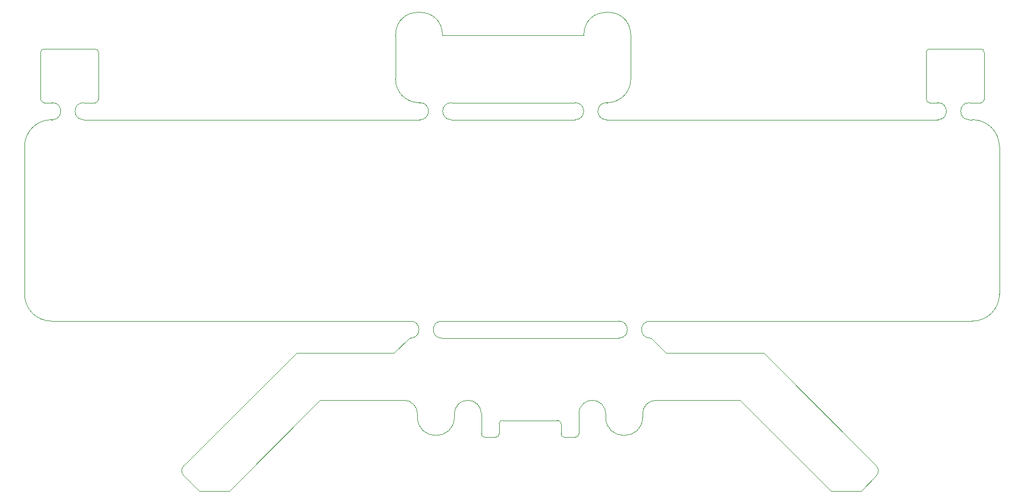
<source format=gbr>
%TF.GenerationSoftware,KiCad,Pcbnew,8.0.4*%
%TF.CreationDate,2024-11-30T23:44:49+01:00*%
%TF.ProjectId,ALL_PCBS,414c4c5f-5043-4425-932e-6b696361645f,rev?*%
%TF.SameCoordinates,Original*%
%TF.FileFunction,Profile,NP*%
%FSLAX46Y46*%
G04 Gerber Fmt 4.6, Leading zero omitted, Abs format (unit mm)*
G04 Created by KiCad (PCBNEW 8.0.4) date 2024-11-30 23:44:49*
%MOMM*%
%LPD*%
G01*
G04 APERTURE LIST*
%TA.AperFunction,Profile*%
%ADD10C,0.050000*%
%TD*%
G04 APERTURE END LIST*
D10*
X179930000Y-126870000D02*
X227880000Y-126870000D01*
X148940000Y-126870000D02*
X175270000Y-126870000D01*
X90880000Y-126870000D02*
X144280000Y-126870000D01*
X175270000Y-129410000D02*
X148940000Y-129410000D01*
X179930000Y-129410000D02*
X180070000Y-129410000D01*
X144070000Y-129410000D02*
X144280000Y-129410000D01*
X173440000Y-96870000D02*
X222730000Y-96870000D01*
X145690000Y-96870000D02*
X95660000Y-96870000D01*
X150350000Y-96870000D02*
X168780000Y-96870000D01*
X227880000Y-96870000D02*
X227390000Y-96870000D01*
X222960000Y-86330000D02*
X222910000Y-86330000D01*
X223660000Y-86330000D02*
X222960000Y-86330000D01*
X222910000Y-86330000D02*
X222060000Y-86330000D01*
X221010000Y-93830000D02*
X221010000Y-86830000D01*
X229116447Y-86330000D02*
X228910000Y-86330000D01*
X222730000Y-94330000D02*
X221510000Y-94330000D01*
X228910000Y-94330000D02*
X227390000Y-94330000D01*
X229116447Y-86330000D02*
G75*
G02*
X229616450Y-86830000I-77J-500080D01*
G01*
X229116447Y-94330000D02*
X228910000Y-94330000D01*
X221680000Y-86330000D02*
X221510000Y-86330000D01*
X229616447Y-93830000D02*
G75*
G02*
X229116447Y-94329997I-499967J-30D01*
G01*
X222060000Y-86330000D02*
X221680000Y-86330000D01*
X221010000Y-86830000D02*
G75*
G02*
X221510000Y-86330000I500001J-1D01*
G01*
X229616447Y-91830000D02*
X229616447Y-93830000D01*
X221510000Y-94330000D02*
G75*
G02*
X221010000Y-93830000I1J500001D01*
G01*
X229616447Y-88830000D02*
X229616447Y-91830000D01*
X223660000Y-86330000D02*
X228910000Y-86330000D01*
X229616447Y-86830000D02*
X229616447Y-88830000D01*
X91000000Y-94330000D02*
X89780000Y-94330000D01*
X97180000Y-94330000D02*
X95660000Y-94330000D01*
X91000000Y-96870000D02*
X90880000Y-96870000D01*
X97886447Y-86830000D02*
X97886447Y-88830000D01*
X91930000Y-86330000D02*
X97180000Y-86330000D01*
X97886447Y-93830000D02*
G75*
G02*
X97386447Y-94330047I-500047J0D01*
G01*
X97886447Y-88830000D02*
X97886447Y-91830000D01*
X89950000Y-86330000D02*
X89780000Y-86330000D01*
X89780000Y-94330000D02*
G75*
G02*
X89280000Y-93830000I0J500000D01*
G01*
X97886447Y-91830000D02*
X97886447Y-93830000D01*
X89280000Y-86830000D02*
G75*
G02*
X89780000Y-86330000I500000J0D01*
G01*
X90330000Y-86330000D02*
X89950000Y-86330000D01*
X97386447Y-94330000D02*
X97180000Y-94330000D01*
X91930000Y-86330000D02*
X91230000Y-86330000D01*
X97386447Y-86330000D02*
X97180000Y-86330000D01*
X89280000Y-93830000D02*
X89280000Y-86830000D01*
X91230000Y-86330000D02*
X91180000Y-86330000D01*
X91180000Y-86330000D02*
X90330000Y-86330000D01*
X97386447Y-86330000D02*
G75*
G02*
X97886400Y-86830000I-47J-500000D01*
G01*
X227880000Y-96870000D02*
G75*
G02*
X231880000Y-100870000I0J-4000000D01*
G01*
X86880000Y-100870000D02*
G75*
G02*
X90880000Y-96870000I4000000J0D01*
G01*
X231880000Y-100870000D02*
X231880000Y-122870000D01*
X231880000Y-122870000D02*
G75*
G02*
X227880000Y-126870000I-4000000J0D01*
G01*
X86880000Y-122870000D02*
X86880000Y-100870000D01*
X90880000Y-126870000D02*
G75*
G02*
X86880000Y-122870000I0J4000000D01*
G01*
X143320000Y-138660000D02*
X141820000Y-138660000D01*
X152820000Y-138660000D02*
G75*
G02*
X154820000Y-140660000I0J-2000000D01*
G01*
X141820000Y-131660000D02*
X144070000Y-129410000D01*
X127320000Y-131660000D02*
X141820000Y-131660000D01*
X145320000Y-141160000D02*
X145320000Y-140660000D01*
X166173553Y-141660000D02*
G75*
G02*
X166673500Y-142160000I47J-499900D01*
G01*
X150820000Y-140660000D02*
G75*
G02*
X152820000Y-138660000I2000000J0D01*
G01*
X171320000Y-138660000D02*
G75*
G02*
X173320000Y-140660000I0J-2000000D01*
G01*
X213570000Y-148410000D02*
G75*
G02*
X213570000Y-149910000I-750000J-750000D01*
G01*
X182320000Y-131660000D02*
X180070000Y-129410000D01*
X196820000Y-131660000D02*
X213570000Y-148410000D01*
X193320000Y-138660000D02*
X206820000Y-152160000D01*
X157466447Y-142163553D02*
X157466447Y-143660000D01*
X167173553Y-144160000D02*
G75*
G02*
X166673500Y-143660000I47J500100D01*
G01*
X196820000Y-131660000D02*
X182320000Y-131660000D01*
X178820000Y-140660000D02*
X178820000Y-141160000D01*
X127320000Y-131660000D02*
X110570000Y-148410000D01*
X182320000Y-138660000D02*
X193320000Y-138660000D01*
X130820000Y-138660000D02*
X117320000Y-152160000D01*
X112820000Y-152160000D02*
X110570000Y-149910000D01*
X169320000Y-140660000D02*
X169320000Y-143660000D01*
X155320000Y-144160000D02*
G75*
G02*
X154820000Y-143660000I0J500000D01*
G01*
X143320000Y-138660000D02*
G75*
G02*
X145320000Y-140660000I0J-2000000D01*
G01*
X168820000Y-144160000D02*
X167320000Y-144160000D01*
X117320000Y-152160000D02*
X112820000Y-152160000D01*
X169320000Y-143660000D02*
G75*
G02*
X168820000Y-144160000I-500000J0D01*
G01*
X173320000Y-141160000D02*
X173320000Y-140660000D01*
X213570000Y-149910000D02*
X211320000Y-152160000D01*
X169320000Y-140660000D02*
G75*
G02*
X171320000Y-138660000I2000000J0D01*
G01*
X178820000Y-140660000D02*
G75*
G02*
X180820000Y-138660000I2000000J0D01*
G01*
X182320000Y-138660000D02*
X180820000Y-138660000D01*
X178820000Y-141160000D02*
G75*
G02*
X173320000Y-141160000I-2750000J0D01*
G01*
X156820000Y-144160000D02*
X155320000Y-144160000D01*
X157466447Y-143660000D02*
G75*
G02*
X156966447Y-144159947I-499947J0D01*
G01*
X141820000Y-138660000D02*
X130820000Y-138660000D01*
X154820000Y-140660000D02*
X154820000Y-143660000D01*
X167320000Y-144160000D02*
X167173553Y-144160000D01*
X156820000Y-144160000D02*
X156966447Y-144160000D01*
X157466447Y-142160000D02*
G75*
G02*
X157966447Y-141659947I500053J0D01*
G01*
X150820000Y-141160000D02*
G75*
G02*
X145320000Y-141160000I-2750000J0D01*
G01*
X166673553Y-143660000D02*
X166673553Y-142160000D01*
X157966447Y-141660000D02*
X166173553Y-141660000D01*
X206820000Y-152160000D02*
X211320000Y-152160000D01*
X150820000Y-141160000D02*
X150820000Y-140660000D01*
X110570000Y-149910000D02*
G75*
G02*
X110570000Y-148410000I750000J750000D01*
G01*
X145557000Y-94330000D02*
G75*
G02*
X142057000Y-90830000I0J3500000D01*
G01*
X177057000Y-84330000D02*
X177057000Y-90830000D01*
X142057000Y-84330000D02*
G75*
G02*
X149057000Y-84330000I3500000J0D01*
G01*
X177057000Y-90830000D02*
G75*
G02*
X173557000Y-94330000I-3500000J0D01*
G01*
X149057000Y-84330000D02*
X170057000Y-84330000D01*
X142057000Y-90830000D02*
X142057000Y-84330000D01*
X170057000Y-84330000D02*
G75*
G02*
X177057000Y-84330000I3500000J0D01*
G01*
X173440000Y-94330000D02*
X173557000Y-94330000D01*
X168780000Y-94330000D02*
X150350000Y-94330000D01*
X145557000Y-94330000D02*
X145690000Y-94330000D01*
%TO.C,mouse-bite-2.54mm-4.66mm*%
X179930000Y-129410000D02*
G75*
G02*
X179930000Y-126870000I0J1270000D01*
G01*
X175270000Y-126870000D02*
G75*
G02*
X175270000Y-129410000I0J-1270000D01*
G01*
X148940000Y-129410000D02*
G75*
G02*
X148940000Y-126870000I0J1270000D01*
G01*
X144280000Y-126870000D02*
G75*
G02*
X144280000Y-129410000I0J-1270000D01*
G01*
X222730000Y-94330000D02*
G75*
G02*
X222730000Y-96870000I0J-1270000D01*
G01*
X227390000Y-96870000D02*
G75*
G02*
X227390000Y-94330000I0J1270000D01*
G01*
X91000000Y-94330000D02*
G75*
G02*
X91000000Y-96870000I0J-1270000D01*
G01*
X95660000Y-96870000D02*
G75*
G02*
X95660000Y-94330000I0J1270000D01*
G01*
X168780000Y-94330000D02*
G75*
G02*
X168780000Y-96870000I0J-1270000D01*
G01*
X173440000Y-96870000D02*
G75*
G02*
X173440000Y-94330000I0J1270000D01*
G01*
X145690000Y-94330000D02*
G75*
G02*
X145690000Y-96870000I0J-1270000D01*
G01*
X150350000Y-96870000D02*
G75*
G02*
X150350000Y-94330000I0J1270000D01*
G01*
%TD*%
M02*

</source>
